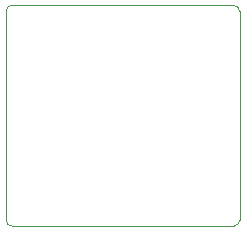
<source format=gm1>
G04 #@! TF.GenerationSoftware,KiCad,Pcbnew,8.0.5*
G04 #@! TF.CreationDate,2024-09-21T15:57:37+02:00*
G04 #@! TF.ProjectId,BMA400-breakout,424d4134-3030-42d6-9272-65616b6f7574,rev?*
G04 #@! TF.SameCoordinates,Original*
G04 #@! TF.FileFunction,Profile,NP*
%FSLAX46Y46*%
G04 Gerber Fmt 4.6, Leading zero omitted, Abs format (unit mm)*
G04 Created by KiCad (PCBNEW 8.0.5) date 2024-09-21 15:57:37*
%MOMM*%
%LPD*%
G01*
G04 APERTURE LIST*
G04 #@! TA.AperFunction,Profile*
%ADD10C,0.050000*%
G04 #@! TD*
G04 APERTURE END LIST*
D10*
X98330000Y-82460000D02*
G75*
G02*
X97830000Y-81960000I0J500000D01*
G01*
X117590000Y-81960000D02*
G75*
G02*
X117090000Y-82460000I-500000J0D01*
G01*
X97830000Y-64260000D02*
G75*
G02*
X98330000Y-63760000I500000J0D01*
G01*
X117090000Y-63760000D02*
G75*
G02*
X117590000Y-64260000I0J-500000D01*
G01*
X97830000Y-81960000D02*
X97830000Y-64260000D01*
X117090000Y-82460000D02*
X98330000Y-82460000D01*
X117590000Y-64260000D02*
X117590000Y-81960000D01*
X98330000Y-63760000D02*
X117090000Y-63760000D01*
M02*

</source>
